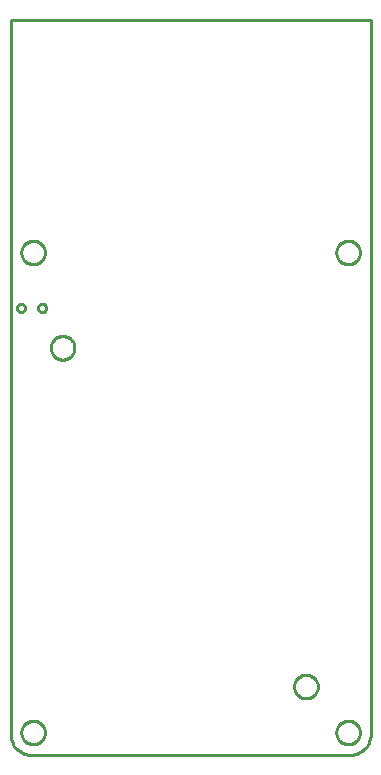
<source format=gbr>
G04 EAGLE Gerber RS-274X export*
G75*
%MOMM*%
%FSLAX34Y34*%
%LPD*%
%IN*%
%IPPOS*%
%AMOC8*
5,1,8,0,0,1.08239X$1,22.5*%
G01*
%ADD10C,0.254000*%


D10*
X0Y17780D02*
X68Y16230D01*
X270Y14693D01*
X606Y13178D01*
X1072Y11699D01*
X1666Y10266D01*
X2382Y8890D01*
X3215Y7582D01*
X4160Y6351D01*
X5208Y5208D01*
X6351Y4160D01*
X7582Y3215D01*
X8890Y2382D01*
X10266Y1666D01*
X11699Y1072D01*
X13178Y606D01*
X14693Y270D01*
X16230Y68D01*
X17780Y0D01*
X287020Y0D01*
X288570Y68D01*
X290107Y270D01*
X291622Y606D01*
X293101Y1072D01*
X294534Y1666D01*
X295910Y2382D01*
X297218Y3215D01*
X298449Y4160D01*
X299592Y5208D01*
X300640Y6351D01*
X301585Y7582D01*
X302418Y8890D01*
X303134Y10266D01*
X303728Y11699D01*
X304194Y13178D01*
X304530Y14693D01*
X304732Y16230D01*
X304800Y17780D01*
X304800Y622300D01*
X0Y622300D01*
X0Y17780D01*
X295750Y18613D02*
X295674Y17744D01*
X295522Y16884D01*
X295296Y16040D01*
X294998Y15220D01*
X294629Y14428D01*
X294192Y13672D01*
X293691Y12957D01*
X293130Y12288D01*
X292512Y11670D01*
X291843Y11109D01*
X291128Y10608D01*
X290372Y10171D01*
X289580Y9802D01*
X288760Y9504D01*
X287916Y9278D01*
X287057Y9126D01*
X286187Y9050D01*
X285313Y9050D01*
X284444Y9126D01*
X283584Y9278D01*
X282740Y9504D01*
X281920Y9802D01*
X281128Y10171D01*
X280372Y10608D01*
X279657Y11109D01*
X278988Y11670D01*
X278370Y12288D01*
X277809Y12957D01*
X277308Y13672D01*
X276871Y14428D01*
X276502Y15220D01*
X276204Y16040D01*
X275978Y16884D01*
X275826Y17744D01*
X275750Y18613D01*
X275750Y19487D01*
X275826Y20357D01*
X275978Y21216D01*
X276204Y22060D01*
X276502Y22880D01*
X276871Y23672D01*
X277308Y24428D01*
X277809Y25143D01*
X278370Y25812D01*
X278988Y26430D01*
X279657Y26991D01*
X280372Y27492D01*
X281128Y27929D01*
X281920Y28298D01*
X282740Y28596D01*
X283584Y28822D01*
X284444Y28974D01*
X285313Y29050D01*
X286187Y29050D01*
X287057Y28974D01*
X287916Y28822D01*
X288760Y28596D01*
X289580Y28298D01*
X290372Y27929D01*
X291128Y27492D01*
X291843Y26991D01*
X292512Y26430D01*
X293130Y25812D01*
X293691Y25143D01*
X294192Y24428D01*
X294629Y23672D01*
X294998Y22880D01*
X295296Y22060D01*
X295522Y21216D01*
X295674Y20357D01*
X295750Y19487D01*
X295750Y18613D01*
X29050Y18613D02*
X28974Y17744D01*
X28822Y16884D01*
X28596Y16040D01*
X28298Y15220D01*
X27929Y14428D01*
X27492Y13672D01*
X26991Y12957D01*
X26430Y12288D01*
X25812Y11670D01*
X25143Y11109D01*
X24428Y10608D01*
X23672Y10171D01*
X22880Y9802D01*
X22060Y9504D01*
X21216Y9278D01*
X20357Y9126D01*
X19487Y9050D01*
X18613Y9050D01*
X17744Y9126D01*
X16884Y9278D01*
X16040Y9504D01*
X15220Y9802D01*
X14428Y10171D01*
X13672Y10608D01*
X12957Y11109D01*
X12288Y11670D01*
X11670Y12288D01*
X11109Y12957D01*
X10608Y13672D01*
X10171Y14428D01*
X9802Y15220D01*
X9504Y16040D01*
X9278Y16884D01*
X9126Y17744D01*
X9050Y18613D01*
X9050Y19487D01*
X9126Y20357D01*
X9278Y21216D01*
X9504Y22060D01*
X9802Y22880D01*
X10171Y23672D01*
X10608Y24428D01*
X11109Y25143D01*
X11670Y25812D01*
X12288Y26430D01*
X12957Y26991D01*
X13672Y27492D01*
X14428Y27929D01*
X15220Y28298D01*
X16040Y28596D01*
X16884Y28822D01*
X17744Y28974D01*
X18613Y29050D01*
X19487Y29050D01*
X20357Y28974D01*
X21216Y28822D01*
X22060Y28596D01*
X22880Y28298D01*
X23672Y27929D01*
X24428Y27492D01*
X25143Y26991D01*
X25812Y26430D01*
X26430Y25812D01*
X26991Y25143D01*
X27492Y24428D01*
X27929Y23672D01*
X28298Y22880D01*
X28596Y22060D01*
X28822Y21216D01*
X28974Y20357D01*
X29050Y19487D01*
X29050Y18613D01*
X29050Y425013D02*
X28974Y424144D01*
X28822Y423284D01*
X28596Y422440D01*
X28298Y421620D01*
X27929Y420828D01*
X27492Y420072D01*
X26991Y419357D01*
X26430Y418688D01*
X25812Y418070D01*
X25143Y417509D01*
X24428Y417008D01*
X23672Y416571D01*
X22880Y416202D01*
X22060Y415904D01*
X21216Y415678D01*
X20357Y415526D01*
X19487Y415450D01*
X18613Y415450D01*
X17744Y415526D01*
X16884Y415678D01*
X16040Y415904D01*
X15220Y416202D01*
X14428Y416571D01*
X13672Y417008D01*
X12957Y417509D01*
X12288Y418070D01*
X11670Y418688D01*
X11109Y419357D01*
X10608Y420072D01*
X10171Y420828D01*
X9802Y421620D01*
X9504Y422440D01*
X9278Y423284D01*
X9126Y424144D01*
X9050Y425013D01*
X9050Y425887D01*
X9126Y426757D01*
X9278Y427616D01*
X9504Y428460D01*
X9802Y429280D01*
X10171Y430072D01*
X10608Y430828D01*
X11109Y431543D01*
X11670Y432212D01*
X12288Y432830D01*
X12957Y433391D01*
X13672Y433892D01*
X14428Y434329D01*
X15220Y434698D01*
X16040Y434996D01*
X16884Y435222D01*
X17744Y435374D01*
X18613Y435450D01*
X19487Y435450D01*
X20357Y435374D01*
X21216Y435222D01*
X22060Y434996D01*
X22880Y434698D01*
X23672Y434329D01*
X24428Y433892D01*
X25143Y433391D01*
X25812Y432830D01*
X26430Y432212D01*
X26991Y431543D01*
X27492Y430828D01*
X27929Y430072D01*
X28298Y429280D01*
X28596Y428460D01*
X28822Y427616D01*
X28974Y426757D01*
X29050Y425887D01*
X29050Y425013D01*
X295750Y425013D02*
X295674Y424144D01*
X295522Y423284D01*
X295296Y422440D01*
X294998Y421620D01*
X294629Y420828D01*
X294192Y420072D01*
X293691Y419357D01*
X293130Y418688D01*
X292512Y418070D01*
X291843Y417509D01*
X291128Y417008D01*
X290372Y416571D01*
X289580Y416202D01*
X288760Y415904D01*
X287916Y415678D01*
X287057Y415526D01*
X286187Y415450D01*
X285313Y415450D01*
X284444Y415526D01*
X283584Y415678D01*
X282740Y415904D01*
X281920Y416202D01*
X281128Y416571D01*
X280372Y417008D01*
X279657Y417509D01*
X278988Y418070D01*
X278370Y418688D01*
X277809Y419357D01*
X277308Y420072D01*
X276871Y420828D01*
X276502Y421620D01*
X276204Y422440D01*
X275978Y423284D01*
X275826Y424144D01*
X275750Y425013D01*
X275750Y425887D01*
X275826Y426757D01*
X275978Y427616D01*
X276204Y428460D01*
X276502Y429280D01*
X276871Y430072D01*
X277308Y430828D01*
X277809Y431543D01*
X278370Y432212D01*
X278988Y432830D01*
X279657Y433391D01*
X280372Y433892D01*
X281128Y434329D01*
X281920Y434698D01*
X282740Y434996D01*
X283584Y435222D01*
X284444Y435374D01*
X285313Y435450D01*
X286187Y435450D01*
X287057Y435374D01*
X287916Y435222D01*
X288760Y434996D01*
X289580Y434698D01*
X290372Y434329D01*
X291128Y433892D01*
X291843Y433391D01*
X292512Y432830D01*
X293130Y432212D01*
X293691Y431543D01*
X294192Y430828D01*
X294629Y430072D01*
X294998Y429280D01*
X295296Y428460D01*
X295522Y427616D01*
X295674Y426757D01*
X295750Y425887D01*
X295750Y425013D01*
X34100Y344363D02*
X34176Y343494D01*
X34328Y342634D01*
X34554Y341790D01*
X34852Y340970D01*
X35221Y340178D01*
X35658Y339422D01*
X36159Y338707D01*
X36720Y338038D01*
X37338Y337420D01*
X38007Y336859D01*
X38722Y336358D01*
X39478Y335921D01*
X40270Y335552D01*
X41090Y335254D01*
X41934Y335028D01*
X42794Y334876D01*
X43663Y334800D01*
X44537Y334800D01*
X45407Y334876D01*
X46266Y335028D01*
X47110Y335254D01*
X47930Y335552D01*
X48722Y335921D01*
X49478Y336358D01*
X50193Y336859D01*
X50862Y337420D01*
X51480Y338038D01*
X52041Y338707D01*
X52542Y339422D01*
X52979Y340178D01*
X53348Y340970D01*
X53646Y341790D01*
X53872Y342634D01*
X54024Y343494D01*
X54100Y344363D01*
X54100Y345237D01*
X54024Y346107D01*
X53872Y346966D01*
X53646Y347810D01*
X53348Y348630D01*
X52979Y349422D01*
X52542Y350178D01*
X52041Y350893D01*
X51480Y351562D01*
X50862Y352180D01*
X50193Y352741D01*
X49478Y353242D01*
X48722Y353679D01*
X47930Y354048D01*
X47110Y354346D01*
X46266Y354572D01*
X45407Y354724D01*
X44537Y354800D01*
X43663Y354800D01*
X42794Y354724D01*
X41934Y354572D01*
X41090Y354346D01*
X40270Y354048D01*
X39478Y353679D01*
X38722Y353242D01*
X38007Y352741D01*
X37338Y352180D01*
X36720Y351562D01*
X36159Y350893D01*
X35658Y350178D01*
X35221Y349422D01*
X34852Y348630D01*
X34554Y347810D01*
X34328Y346966D01*
X34176Y346107D01*
X34100Y345237D01*
X34100Y344363D01*
X240100Y57463D02*
X240176Y56594D01*
X240328Y55734D01*
X240554Y54890D01*
X240852Y54070D01*
X241221Y53278D01*
X241658Y52522D01*
X242159Y51807D01*
X242720Y51138D01*
X243338Y50520D01*
X244007Y49959D01*
X244722Y49458D01*
X245478Y49021D01*
X246270Y48652D01*
X247090Y48354D01*
X247934Y48128D01*
X248794Y47976D01*
X249663Y47900D01*
X250537Y47900D01*
X251407Y47976D01*
X252266Y48128D01*
X253110Y48354D01*
X253930Y48652D01*
X254722Y49021D01*
X255478Y49458D01*
X256193Y49959D01*
X256862Y50520D01*
X257480Y51138D01*
X258041Y51807D01*
X258542Y52522D01*
X258979Y53278D01*
X259348Y54070D01*
X259646Y54890D01*
X259872Y55734D01*
X260024Y56594D01*
X260100Y57463D01*
X260100Y58337D01*
X260024Y59207D01*
X259872Y60066D01*
X259646Y60910D01*
X259348Y61730D01*
X258979Y62522D01*
X258542Y63278D01*
X258041Y63993D01*
X257480Y64662D01*
X256862Y65280D01*
X256193Y65841D01*
X255478Y66342D01*
X254722Y66779D01*
X253930Y67148D01*
X253110Y67446D01*
X252266Y67672D01*
X251407Y67824D01*
X250537Y67900D01*
X249663Y67900D01*
X248794Y67824D01*
X247934Y67672D01*
X247090Y67446D01*
X246270Y67148D01*
X245478Y66779D01*
X244722Y66342D01*
X244007Y65841D01*
X243338Y65280D01*
X242720Y64662D01*
X242159Y63993D01*
X241658Y63278D01*
X241221Y62522D01*
X240852Y61730D01*
X240554Y60910D01*
X240328Y60066D01*
X240176Y59207D01*
X240100Y58337D01*
X240100Y57463D01*
X26551Y374960D02*
X26096Y375020D01*
X25653Y375139D01*
X25229Y375314D01*
X24831Y375544D01*
X24467Y375823D01*
X24143Y376147D01*
X23864Y376511D01*
X23634Y376909D01*
X23459Y377333D01*
X23340Y377776D01*
X23280Y378231D01*
X23280Y378689D01*
X23340Y379144D01*
X23459Y379587D01*
X23634Y380011D01*
X23864Y380409D01*
X24143Y380773D01*
X24467Y381097D01*
X24831Y381376D01*
X25229Y381606D01*
X25653Y381781D01*
X26096Y381900D01*
X26551Y381960D01*
X27009Y381960D01*
X27464Y381900D01*
X27907Y381781D01*
X28331Y381606D01*
X28729Y381376D01*
X29093Y381097D01*
X29417Y380773D01*
X29696Y380409D01*
X29926Y380011D01*
X30101Y379587D01*
X30220Y379144D01*
X30280Y378689D01*
X30280Y378231D01*
X30220Y377776D01*
X30101Y377333D01*
X29926Y376909D01*
X29696Y376511D01*
X29417Y376147D01*
X29093Y375823D01*
X28729Y375544D01*
X28331Y375314D01*
X27907Y375139D01*
X27464Y375020D01*
X27009Y374960D01*
X26551Y374960D01*
X8551Y374960D02*
X8096Y375020D01*
X7653Y375139D01*
X7229Y375314D01*
X6831Y375544D01*
X6467Y375823D01*
X6143Y376147D01*
X5864Y376511D01*
X5634Y376909D01*
X5459Y377333D01*
X5340Y377776D01*
X5280Y378231D01*
X5280Y378689D01*
X5340Y379144D01*
X5459Y379587D01*
X5634Y380011D01*
X5864Y380409D01*
X6143Y380773D01*
X6467Y381097D01*
X6831Y381376D01*
X7229Y381606D01*
X7653Y381781D01*
X8096Y381900D01*
X8551Y381960D01*
X9009Y381960D01*
X9464Y381900D01*
X9907Y381781D01*
X10331Y381606D01*
X10729Y381376D01*
X11093Y381097D01*
X11417Y380773D01*
X11696Y380409D01*
X11926Y380011D01*
X12101Y379587D01*
X12220Y379144D01*
X12280Y378689D01*
X12280Y378231D01*
X12220Y377776D01*
X12101Y377333D01*
X11926Y376909D01*
X11696Y376511D01*
X11417Y376147D01*
X11093Y375823D01*
X10729Y375544D01*
X10331Y375314D01*
X9907Y375139D01*
X9464Y375020D01*
X9009Y374960D01*
X8551Y374960D01*
M02*

</source>
